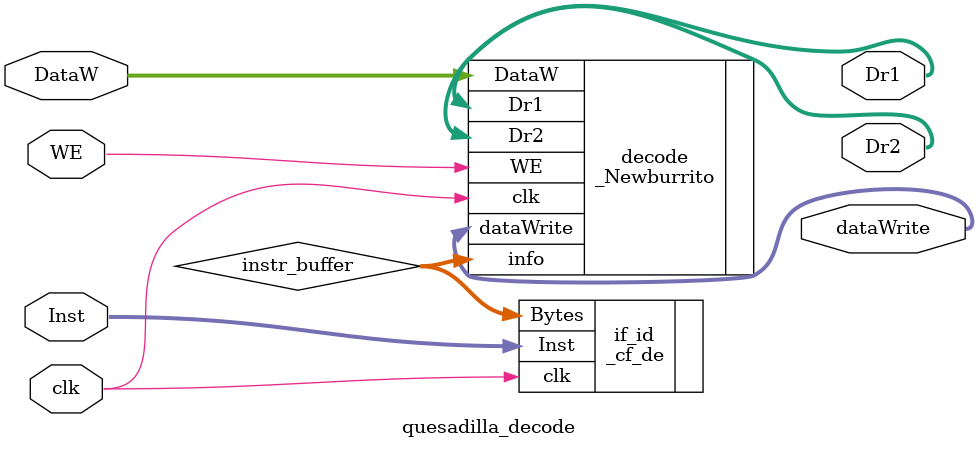
<source format=v>
module quesadilla_decode (
    input wire clk,
    input wire WE,
    input wire [31:0] Inst,
    input wire [31:0] DataW,
    output wire [31:0] Dr1,
    output wire [31:0] Dr2,
    output wire [4:0]  dataWrite
);

    wire [31:0] instr_buffer;

    _cf_de if_id (
        .clk(clk),
        .Inst(Inst),
        .Bytes(instr_buffer)
    );

    _Newburrito decode (
        .clk(clk),
        .WE(WE),
        .info(instr_buffer),
        .DataW(DataW),
        .Dr1(Dr1),
        .Dr2(Dr2),
        .dataWrite(dataWrite)
    );

endmodule
</source>
